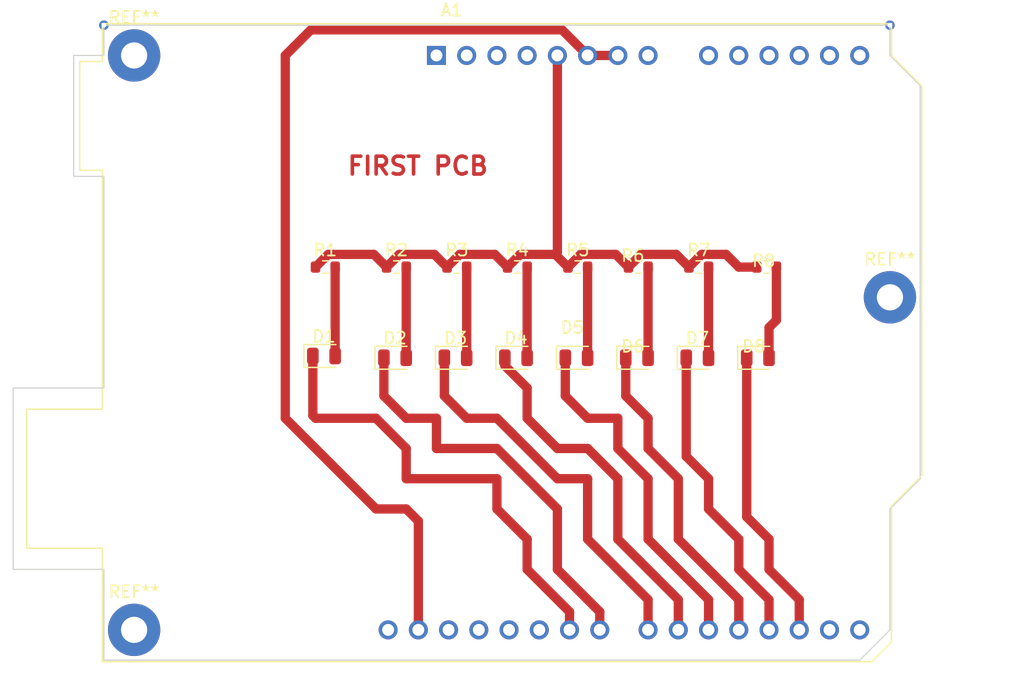
<source format=kicad_pcb>
(kicad_pcb (version 20221018) (generator pcbnew)
  (layers (0 "F.Cu" signal) (31 "B.Cu" signal) (34 "B.Paste" user) (35 "F.Paste" user) (36 "B.SilkS" user "B.Silkscreen") (37 "F.SilkS" user "F.Silkscreen") (38 "B.Mask" user) (39 "F.Mask" user) (44 "Edge.Cuts" user))
  (net 0 "")
  (net 3 "Net-(A1-D9)")
  (net 4 "Net-(D1-A)")
  (net 5 "Net-(A1-D8)")
  (net 6 "Net-(D2-A)")
  (net 7 "Net-(A1-D7)")
  (net 8 "Net-(D3-A)")
  (net 9 "Net-(A1-D6)")
  (net 10 "Net-(D4-A)")
  (net 11 "Net-(A1-D5)")
  (net 12 "Net-(D5-A)")
  (net 13 "Net-(A1-D4)")
  (net 14 "Net-(D6-A)")
  (net 15 "Net-(A1-D3)")
  (net 16 "Net-(D7-A)")
  (net 17 "Net-(A1-D2)")
  (net 18 "Net-(D8-A)")
  (net 19 "Net-(A1-+5V)")
  (net 22 "GND")
  (footprint "LED_SMD:LED_0805_2012Metric" (layer "F.Cu") (at 159.0825 109.22)
    (fp_text reference "D4" (at 0 -1.65) (layer "F.SilkS"))
    (fp_text value "LED")
    (fp_line (start -1.685 -0.96) (end -1.685 0.96) (stroke (width 0.12)) (layer "F.SilkS"))
    (fp_line (start -1.685 0.96) (end 1 0.96) (stroke (width 0.12)) (layer "F.SilkS"))
    (fp_line (start 1 -0.96) (end -1.685 -0.96) (stroke (width 0.12)) (layer "F.SilkS"))
    (pad "1" smd roundrect (at -0.9375 0) (size 0.975 1.4) (layers "F.Cu" "F.Paste" "F.Mask") (net 9 "Net-(A1-D6)"))
    (pad "2" smd roundrect (at 0.9375 0) (size 0.975 1.4) (layers "F.Cu" "F.Paste" "F.Mask") (net 10 "Net-(D4-A)"))
  )
  (footprint "Resistor_SMD:R_0603_1608Metric" (layer "F.Cu") (at 159.195 101.6)
    (fp_text reference "R4" (at 0 -1.43) (layer "F.SilkS"))
    (fp_text value "247")
    (fp_line (start -0.237258 -0.5225) (end 0.237258 -0.5225) (stroke (width 0.12)) (layer "F.SilkS"))
    (fp_line (start -0.237258 0.5225) (end 0.237258 0.5225) (stroke (width 0.12)) (layer "F.SilkS"))
    (pad "1" smd roundrect (at -0.825 0) (size 0.8 0.95) (layers "F.Cu" "F.Paste" "F.Mask") (net 19 "Net-(A1-+5V)"))
    (pad "2" smd roundrect (at 0.825 0) (size 0.8 0.95) (layers "F.Cu" "F.Paste" "F.Mask") (net 10 "Net-(D4-A)"))
  )
  (footprint "Resistor_SMD:R_0603_1608Metric" (layer "F.Cu") (at 174.435 101.6)
    (fp_text reference "R7" (at 0 -1.43) (layer "F.SilkS"))
    (fp_text value "247")
    (fp_line (start -0.237258 -0.5225) (end 0.237258 -0.5225) (stroke (width 0.12)) (layer "F.SilkS"))
    (fp_line (start -0.237258 0.5225) (end 0.237258 0.5225) (stroke (width 0.12)) (layer "F.SilkS"))
    (pad "1" smd roundrect (at -0.825 0) (size 0.8 0.95) (layers "F.Cu" "F.Paste" "F.Mask") (net 19 "Net-(A1-+5V)"))
    (pad "2" smd roundrect (at 0.825 0) (size 0.8 0.95) (layers "F.Cu" "F.Paste" "F.Mask") (net 16 "Net-(D7-A)"))
  )
  (footprint "Resistor_SMD:R_0603_1608Metric" (layer "F.Cu") (at 169.355 101.6)
    (fp_text reference "R6" (at -0.455 -0.96) (layer "F.SilkS"))
    (fp_text value "247")
    (fp_line (start -0.237258 -0.5225) (end 0.237258 -0.5225) (stroke (width 0.12)) (layer "F.SilkS"))
    (fp_line (start -0.237258 0.5225) (end 0.237258 0.5225) (stroke (width 0.12)) (layer "F.SilkS"))
    (pad "1" smd roundrect (at -0.825 0) (size 0.8 0.95) (layers "F.Cu" "F.Paste" "F.Mask") (net 19 "Net-(A1-+5V)"))
    (pad "2" smd roundrect (at 0.825 0) (size 0.8 0.95) (layers "F.Cu" "F.Paste" "F.Mask") (net 14 "Net-(D6-A)"))
  )
  (footprint "Resistor_SMD:R_0603_1608Metric" (layer "F.Cu") (at 154.115 101.6)
    (fp_text reference "R3" (at 0 -1.43) (layer "F.SilkS"))
    (fp_text value "247")
    (fp_line (start -0.237258 -0.5225) (end 0.237258 -0.5225) (stroke (width 0.12)) (layer "F.SilkS"))
    (fp_line (start -0.237258 0.5225) (end 0.237258 0.5225) (stroke (width 0.12)) (layer "F.SilkS"))
    (pad "1" smd roundrect (at -0.825 0) (size 0.8 0.95) (layers "F.Cu" "F.Paste" "F.Mask") (net 19 "Net-(A1-+5V)"))
    (pad "2" smd roundrect (at 0.825 0) (size 0.8 0.95) (layers "F.Cu" "F.Paste" "F.Mask") (net 8 "Net-(D3-A)"))
  )
  (footprint "LED_SMD:LED_0805_2012Metric" (layer "F.Cu") (at 169.2425 109.22)
    (fp_text reference "D6" (at -0.3425 -0.96) (layer "F.SilkS"))
    (fp_text value "LED")
    (fp_line (start -1.685 -0.96) (end -1.685 0.96) (stroke (width 0.12)) (layer "F.SilkS"))
    (fp_line (start -1.685 0.96) (end 1 0.96) (stroke (width 0.12)) (layer "F.SilkS"))
    (fp_line (start 1 -0.96) (end -1.685 -0.96) (stroke (width 0.12)) (layer "F.SilkS"))
    (pad "1" smd roundrect (at -0.9375 0) (size 0.975 1.4) (layers "F.Cu" "F.Paste" "F.Mask") (net 13 "Net-(A1-D4)"))
    (pad "2" smd roundrect (at 0.9375 0) (size 0.975 1.4) (layers "F.Cu" "F.Paste" "F.Mask") (net 14 "Net-(D6-A)"))
  )
  (footprint "LED_SMD:LED_0805_2012Metric" (layer "F.Cu") (at 164.1625 109.22)
    (fp_text reference "D5" (at -0.3425 -2.54) (layer "F.SilkS"))
    (fp_text value "LED")
    (fp_line (start -1.685 -0.96) (end -1.685 0.96) (stroke (width 0.12)) (layer "F.SilkS"))
    (fp_line (start -1.685 0.96) (end 1 0.96) (stroke (width 0.12)) (layer "F.SilkS"))
    (fp_line (start 1 -0.96) (end -1.685 -0.96) (stroke (width 0.12)) (layer "F.SilkS"))
    (pad "1" smd roundrect (at -0.9375 0) (size 0.975 1.4) (layers "F.Cu" "F.Paste" "F.Mask") (net 11 "Net-(A1-D5)"))
    (pad "2" smd roundrect (at 0.9375 0) (size 0.975 1.4) (layers "F.Cu" "F.Paste" "F.Mask") (net 12 "Net-(D5-A)"))
  )
  (footprint "LED_SMD:LED_0805_2012Metric" (layer "F.Cu") (at 148.9225 109.22)
    (fp_text reference "D2" (at 0 -1.65) (layer "F.SilkS"))
    (fp_text value "LED")
    (fp_line (start -1.685 -0.96) (end -1.685 0.96) (stroke (width 0.12)) (layer "F.SilkS"))
    (fp_line (start -1.685 0.96) (end 1 0.96) (stroke (width 0.12)) (layer "F.SilkS"))
    (fp_line (start 1 -0.96) (end -1.685 -0.96) (stroke (width 0.12)) (layer "F.SilkS"))
    (pad "1" smd roundrect (at -0.9375 0) (size 0.975 1.4) (layers "F.Cu" "F.Paste" "F.Mask") (net 5 "Net-(A1-D8)"))
    (pad "2" smd roundrect (at 0.9375 0) (size 0.975 1.4) (layers "F.Cu" "F.Paste" "F.Mask") (net 6 "Net-(D2-A)"))
  )
  (footprint "LED_SMD:LED_0805_2012Metric" (layer "F.Cu") (at 154.0025 109.22)
    (fp_text reference "D3" (at 0 -1.65) (layer "F.SilkS"))
    (fp_text value "LED")
    (fp_line (start -1.685 -0.96) (end -1.685 0.96) (stroke (width 0.12)) (layer "F.SilkS"))
    (fp_line (start -1.685 0.96) (end 1 0.96) (stroke (width 0.12)) (layer "F.SilkS"))
    (fp_line (start 1 -0.96) (end -1.685 -0.96) (stroke (width 0.12)) (layer "F.SilkS"))
    (pad "1" smd roundrect (at -0.9375 0) (size 0.975 1.4) (layers "F.Cu" "F.Paste" "F.Mask") (net 7 "Net-(A1-D7)"))
    (pad "2" smd roundrect (at 0.9375 0) (size 0.975 1.4) (layers "F.Cu" "F.Paste" "F.Mask") (net 8 "Net-(D3-A)"))
  )
  (footprint "MountingHole:MountingHole_2.2mm_M2_Pad" (layer "F.Cu") (at 190.5 104.14)
    (fp_text reference "REF**" (at 0 -3.2) (layer "F.SilkS"))
    (fp_text value "MountingHole_2.2mm_M2_Pad")
    (pad "1" thru_hole circle (at 0 0) (size 4.4 4.4) (drill 2.2) (layers "*.Cu" "*.Mask"))
  )
  (footprint "LED_SMD:LED_0805_2012Metric" (layer "F.Cu") (at 179.4025 109.22)
    (fp_text reference "D8" (at -0.3425 -0.96) (layer "F.SilkS"))
    (fp_text value "LED")
    (fp_line (start -1.685 -0.96) (end -1.685 0.96) (stroke (width 0.12)) (layer "F.SilkS"))
    (fp_line (start -1.685 0.96) (end 1 0.96) (stroke (width 0.12)) (layer "F.SilkS"))
    (fp_line (start 1 -0.96) (end -1.685 -0.96) (stroke (width 0.12)) (layer "F.SilkS"))
    (pad "1" smd roundrect (at -0.9375 0) (size 0.975 1.4) (layers "F.Cu" "F.Paste" "F.Mask") (net 17 "Net-(A1-D2)"))
    (pad "2" smd roundrect (at 0.9375 0) (size 0.975 1.4) (layers "F.Cu" "F.Paste" "F.Mask") (net 18 "Net-(D8-A)"))
  )
  (footprint "MountingHole:MountingHole_2.2mm_M2_Pad" (layer "F.Cu") (at 127 83.82)
    (fp_text reference "REF**" (at 0 -3.2) (layer "F.SilkS"))
    (fp_text value "MountingHole_2.2mm_M2_Pad")
    (pad "1" thru_hole circle (at 0 0) (size 4.4 4.4) (drill 2.2) (layers "*.Cu" "*.Mask"))
  )
  (footprint "Resistor_SMD:R_0603_1608Metric" (layer "F.Cu") (at 143.065 101.6)
    (fp_text reference "R1" (at 0 -1.43) (layer "F.SilkS"))
    (fp_text value "247")
    (fp_line (start -0.237258 -0.5225) (end 0.237258 -0.5225) (stroke (width 0.12)) (layer "F.SilkS"))
    (fp_line (start -0.237258 0.5225) (end 0.237258 0.5225) (stroke (width 0.12)) (layer "F.SilkS"))
    (pad "1" smd roundrect (at -0.825 0) (size 0.8 0.95) (layers "F.Cu" "F.Paste" "F.Mask") (net 19 "Net-(A1-+5V)"))
    (pad "2" smd roundrect (at 0.825 0) (size 0.8 0.95) (layers "F.Cu" "F.Paste" "F.Mask") (net 4 "Net-(D1-A)"))
  )
  (footprint "Module:Arduino_UNO_R2" (layer "F.Cu") (at 152.4 83.82)
    (fp_text reference "A1" (at 1.27 -3.81 180) (layer "F.SilkS"))
    (fp_text value "Arduino_UNO_R2")
    (fp_line (start -34.42 29.72) (end -34.42 41.4) (stroke (width 0.12)) (layer "F.SilkS"))
    (fp_line (start -34.42 41.4) (end -28.07 41.4) (stroke (width 0.12)) (layer "F.SilkS"))
    (fp_line (start -29.97 0.51) (end -29.97 9.65) (stroke (width 0.12)) (layer "F.SilkS"))
    (fp_line (start -29.97 9.65) (end -28.07 9.65) (stroke (width 0.12)) (layer "F.SilkS"))
    (fp_line (start -28.07 -2.67) (end -28.07 0.51) (stroke (width 0.12)) (layer "F.SilkS"))
    (fp_line (start -28.07 0.51) (end -29.97 0.51) (stroke (width 0.12)) (layer "F.SilkS"))
    (fp_line (start -28.07 9.65) (end -28.07 29.72) (stroke (width 0.12)) (layer "F.SilkS"))
    (fp_line (start -28.07 29.72) (end -34.42 29.72) (stroke (width 0.12)) (layer "F.SilkS"))
    (fp_line (start -28.07 41.4) (end -28.07 50.93) (stroke (width 0.12)) (layer "F.SilkS"))
    (fp_line (start -28.07 50.93) (end 36.58 50.93) (stroke (width 0.12)) (layer "F.SilkS"))
    (fp_line (start 36.58 50.93) (end 38.23 49.28) (stroke (width 0.12)) (layer "F.SilkS"))
    (fp_line (start 38.23 -2.67) (end -28.07 -2.67) (stroke (width 0.12)) (layer "F.SilkS"))
    (fp_line (start 38.23 0) (end 38.23 -2.67) (stroke (width 0.12)) (layer "F.SilkS"))
    (fp_line (start 38.23 37.85) (end 40.77 35.31) (stroke (width 0.12)) (layer "F.SilkS"))
    (fp_line (start 38.23 49.28) (end 38.23 37.85) (stroke (width 0.12)) (layer "F.SilkS"))
    (fp_line (start 40.77 2.54) (end 38.23 0) (stroke (width 0.12)) (layer "F.SilkS"))
    (fp_line (start 40.77 35.31) (end 40.77 2.54) (stroke (width 0.12)) (layer "F.SilkS"))
    (pad "1" thru_hole rect (at 0 0 90) (size 1.6 1.6) (drill 1) (layers "*.Cu" "*.Mask"))
    (pad "2" thru_hole oval (at 2.54 0 90) (size 1.6 1.6) (drill 1) (layers "*.Cu" "*.Mask"))
    (pad "3" thru_hole oval (at 5.08 0 90) (size 1.6 1.6) (drill 1) (layers "*.Cu" "*.Mask"))
    (pad "4" thru_hole oval (at 7.62 0 90) (size 1.6 1.6) (drill 1) (layers "*.Cu" "*.Mask"))
    (pad "5" thru_hole oval (at 10.16 0 90) (size 1.6 1.6) (drill 1) (layers "*.Cu" "*.Mask") (net 19 "Net-(A1-+5V)"))
    (pad "6" thru_hole oval (at 12.7 0 90) (size 1.6 1.6) (drill 1) (layers "*.Cu" "*.Mask") (net 22 "GND"))
    (pad "7" thru_hole oval (at 15.24 0 90) (size 1.6 1.6) (drill 1) (layers "*.Cu" "*.Mask") (net 22 "GND"))
    (pad "8" thru_hole oval (at 17.78 0 90) (size 1.6 1.6) (drill 1) (layers "*.Cu" "*.Mask"))
    (pad "9" thru_hole oval (at 22.86 0 90) (size 1.6 1.6) (drill 1) (layers "*.Cu" "*.Mask"))
    (pad "10" thru_hole oval (at 25.4 0 90) (size 1.6 1.6) (drill 1) (layers "*.Cu" "*.Mask"))
    (pad "11" thru_hole oval (at 27.94 0 90) (size 1.6 1.6) (drill 1) (layers "*.Cu" "*.Mask"))
    (pad "12" thru_hole oval (at 30.48 0 90) (size 1.6 1.6) (drill 1) (layers "*.Cu" "*.Mask"))
    (pad "13" thru_hole oval (at 33.02 0 90) (size 1.6 1.6) (drill 1) (layers "*.Cu" "*.Mask"))
    (pad "14" thru_hole oval (at 35.56 0 90) (size 1.6 1.6) (drill 1) (layers "*.Cu" "*.Mask"))
    (pad "15" thru_hole oval (at 35.56 48.26 90) (size 1.6 1.6) (drill 1) (layers "*.Cu" "*.Mask"))
    (pad "16" thru_hole oval (at 33.02 48.26 90) (size 1.6 1.6) (drill 1) (layers "*.Cu" "*.Mask"))
    (pad "17" thru_hole oval (at 30.48 48.26 90) (size 1.6 1.6) (drill 1) (layers "*.Cu" "*.Mask") (net 17 "Net-(A1-D2)"))
    (pad "18" thru_hole oval (at 27.94 48.26 90) (size 1.6 1.6) (drill 1) (layers "*.Cu" "*.Mask") (net 15 "Net-(A1-D3)"))
    (pad "19" thru_hole oval (at 25.4 48.26 90) (size 1.6 1.6) (drill 1) (layers "*.Cu" "*.Mask") (net 13 "Net-(A1-D4)"))
    (pad "20" thru_hole oval (at 22.86 48.26 90) (size 1.6 1.6) (drill 1) (layers "*.Cu" "*.Mask") (net 11 "Net-(A1-D5)"))
    (pad "21" thru_hole oval (at 20.32 48.26 90) (size 1.6 1.6) (drill 1) (layers "*.Cu" "*.Mask") (net 9 "Net-(A1-D6)"))
    (pad "22" thru_hole oval (at 17.78 48.26 90) (size 1.6 1.6) (drill 1) (layers "*.Cu" "*.Mask") (net 7 "Net-(A1-D7)"))
    (pad "23" thru_hole oval (at 13.72 48.26 90) (size 1.6 1.6) (drill 1) (layers "*.Cu" "*.Mask") (net 5 "Net-(A1-D8)"))
    (pad "24" thru_hole oval (at 11.18 48.26 90) (size 1.6 1.6) (drill 1) (layers "*.Cu" "*.Mask") (net 3 "Net-(A1-D9)"))
    (pad "25" thru_hole oval (at 8.64 48.26 90) (size 1.6 1.6) (drill 1) (layers "*.Cu" "*.Mask"))
    (pad "26" thru_hole oval (at 6.1 48.26 90) (size 1.6 1.6) (drill 1) (layers "*.Cu" "*.Mask"))
    (pad "27" thru_hole oval (at 3.56 48.26 90) (size 1.6 1.6) (drill 1) (layers "*.Cu" "*.Mask"))
    (pad "28" thru_hole oval (at 1.02 48.26 90) (size 1.6 1.6) (drill 1) (layers "*.Cu" "*.Mask"))
    (pad "29" thru_hole oval (at -1.52 48.26 90) (size 1.6 1.6) (drill 1) (layers "*.Cu" "*.Mask") (net 22 "GND"))
    (pad "30" thru_hole oval (at -4.06 48.26 90) (size 1.6 1.6) (drill 1) (layers "*.Cu" "*.Mask"))
  )
  (footprint "LED_SMD:LED_0805_2012Metric" (layer "F.Cu") (at 142.9525 109.07)
    (fp_text reference "D1" (at 0 -1.65) (layer "F.SilkS"))
    (fp_text value "LED")
    (fp_line (start -1.685 -0.96) (end -1.685 0.96) (stroke (width 0.12)) (layer "F.SilkS"))
    (fp_line (start -1.685 0.96) (end 1 0.96) (stroke (width 0.12)) (layer "F.SilkS"))
    (fp_line (start 1 -0.96) (end -1.685 -0.96) (stroke (width 0.12)) (layer "F.SilkS"))
    (pad "1" smd roundrect (at -0.9375 0) (size 0.975 1.4) (layers "F.Cu" "F.Paste" "F.Mask") (net 3 "Net-(A1-D9)"))
    (pad "2" smd roundrect (at 0.9375 0) (size 0.975 1.4) (layers "F.Cu" "F.Paste" "F.Mask") (net 4 "Net-(D1-A)"))
  )
  (footprint "Resistor_SMD:R_0603_1608Metric" (layer "F.Cu") (at 164.275 101.6)
    (fp_text reference "R5" (at 0 -1.43) (layer "F.SilkS"))
    (fp_text value "247")
    (fp_line (start -0.237258 -0.5225) (end 0.237258 -0.5225) (stroke (width 0.12)) (layer "F.SilkS"))
    (fp_line (start -0.237258 0.5225) (end 0.237258 0.5225) (stroke (width 0.12)) (layer "F.SilkS"))
    (pad "1" smd roundrect (at -0.825 0) (size 0.8 0.95) (layers "F.Cu" "F.Paste" "F.Mask") (net 19 "Net-(A1-+5V)"))
    (pad "2" smd roundrect (at 0.825 0) (size 0.8 0.95) (layers "F.Cu" "F.Paste" "F.Mask") (net 12 "Net-(D5-A)"))
  )
  (footprint "LED_SMD:LED_0805_2012Metric" (layer "F.Cu") (at 174.3225 109.22)
    (fp_text reference "D7" (at 0 -1.65) (layer "F.SilkS"))
    (fp_text value "LED")
    (fp_line (start -1.685 -0.96) (end -1.685 0.96) (stroke (width 0.12)) (layer "F.SilkS"))
    (fp_line (start -1.685 0.96) (end 1 0.96) (stroke (width 0.12)) (layer "F.SilkS"))
    (fp_line (start 1 -0.96) (end -1.685 -0.96) (stroke (width 0.12)) (layer "F.SilkS"))
    (pad "1" smd roundrect (at -0.9375 0) (size 0.975 1.4) (layers "F.Cu" "F.Paste" "F.Mask") (net 15 "Net-(A1-D3)"))
    (pad "2" smd roundrect (at 0.9375 0) (size 0.975 1.4) (layers "F.Cu" "F.Paste" "F.Mask") (net 16 "Net-(D7-A)"))
  )
  (footprint "Resistor_SMD:R_0603_1608Metric" (layer "F.Cu") (at 149.035 101.6)
    (fp_text reference "R2" (at 0 -1.43) (layer "F.SilkS"))
    (fp_text value "247")
    (fp_line (start -0.237258 -0.5225) (end 0.237258 -0.5225) (stroke (width 0.12)) (layer "F.SilkS"))
    (fp_line (start -0.237258 0.5225) (end 0.237258 0.5225) (stroke (width 0.12)) (layer "F.SilkS"))
    (pad "1" smd roundrect (at -0.825 0) (size 0.8 0.95) (layers "F.Cu" "F.Paste" "F.Mask") (net 19 "Net-(A1-+5V)"))
    (pad "2" smd roundrect (at 0.825 0) (size 0.8 0.95) (layers "F.Cu" "F.Paste" "F.Mask") (net 6 "Net-(D2-A)"))
  )
  (footprint "MountingHole:MountingHole_2.2mm_M2_Pad" (layer "F.Cu") (at 127 132.08)
    (fp_text reference "REF**" (at 0 -3.2) (layer "F.SilkS"))
    (fp_text value "MountingHole_2.2mm_M2_Pad")
    (pad "1" thru_hole circle (at 0 0) (size 4.4 4.4) (drill 2.2) (layers "*.Cu" "*.Mask"))
  )
  (footprint "Resistor_SMD:R_0603_1608Metric" (layer "F.Cu") (at 180.135 101.6)
    (fp_text reference "R8" (at -0.237258 -0.5225) (layer "F.SilkS"))
    (fp_text value "247")
    (fp_line (start -0.237258 -0.5225) (end 0.237258 -0.5225) (stroke (width 0.12)) (layer "F.SilkS"))
    (fp_line (start -0.237258 0.5225) (end 0.237258 0.5225) (stroke (width 0.12)) (layer "F.SilkS"))
    (pad "1" smd roundrect (at -0.825 0) (size 0.8 0.95) (layers "F.Cu" "F.Paste" "F.Mask") (net 19 "Net-(A1-+5V)"))
    (pad "2" smd roundrect (at 0.825 0) (size 0.8 0.95) (layers "F.Cu" "F.Paste" "F.Mask") (net 18 "Net-(D8-A)"))
  )
  (gr_line (start 190.5 81.28) (end 190.5 83.82) (stroke (width 0.1)) (layer "Edge.Cuts"))
  (gr_line (start 124.46 93.98) (end 121.92 93.98) (stroke (width 0.1)) (layer "Edge.Cuts"))
  (gr_line (start 121.92 93.98) (end 121.92 83.82) (stroke (width 0.1)) (layer "Edge.Cuts"))
  (gr_line (start 193.04 86.36) (end 193.04 119.38) (stroke (width 0.1)) (layer "Edge.Cuts"))
  (gr_line (start 124.46 83.82) (end 124.46 81.28) (stroke (width 0.1)) (layer "Edge.Cuts"))
  (gr_line (start 124.46 81.28) (end 190.5 81.28) (stroke (width 0.1)) (layer "Edge.Cuts"))
  (gr_line (start 124.46 134.62) (end 124.46 127) (stroke (width 0.1)) (layer "Edge.Cuts"))
  (gr_line (start 190.5 83.82) (end 193.04 86.36) (stroke (width 0.1)) (layer "Edge.Cuts"))
  (gr_line (start 121.92 83.82) (end 124.46 83.82) (stroke (width 0.1)) (layer "Edge.Cuts"))
  (gr_line (start 124.46 127) (end 116.84 127) (stroke (width 0.1)) (layer "Edge.Cuts"))
  (gr_line (start 190.5 132.08) (end 187.96 134.62) (stroke (width 0.1)) (layer "Edge.Cuts"))
  (gr_line (start 187.96 134.62) (end 124.46 134.62) (stroke (width 0.1)) (layer "Edge.Cuts"))
  (gr_line (start 190.5 121.92) (end 190.5 132.08) (stroke (width 0.1)) (layer "Edge.Cuts"))
  (gr_line (start 193.04 119.38) (end 190.5 121.92) (stroke (width 0.1)) (layer "Edge.Cuts"))
  (gr_line (start 124.46 111.76) (end 124.46 93.98) (stroke (width 0.1)) (layer "Edge.Cuts"))
  (gr_line (start 116.84 127) (end 116.84 111.76) (stroke (width 0.1)) (layer "Edge.Cuts"))
  (gr_line (start 116.84 111.76) (end 124.46 111.76) (stroke (width 0.1)) (layer "Edge.Cuts"))
  (gr_text "FIRST PCB" (at 144.78 93.98) (layer "F.Cu") (effects (font (size 1.5 1.5) (thickness 0.3) bold) (justify left bottom)))
  (via (at 124.46 81.28) (size 0.8) (drill 0.4) (layers "F.Cu" "B.Cu") (net 0))
  (via (at 190.5 81.28) (size 0.8) (drill 0.4) (layers "F.Cu" "B.Cu") (net 0))
  (segment (start 142.015 114.075) (end 142.015 109.07) (width 0.78) (layer "F.Cu") (net 3))
  (segment (start 160.02 124.46) (end 157.48 121.92) (width 0.78) (layer "F.Cu") (net 3))
  (segment (start 149.86 116.84) (end 147.32 114.3) (width 0.78) (layer "F.Cu") (net 3))
  (segment (start 147.32 114.3) (end 142.24 114.3) (width 0.78) (layer "F.Cu") (net 3))
  (segment (start 163.58 130.56) (end 160.02 127) (width 0.78) (layer "F.Cu") (net 3))
  (segment (start 157.48 121.92) (end 157.48 119.38) (width 0.78) (layer "F.Cu") (net 3))
  (segment (start 157.48 119.38) (end 149.86 119.38) (width 0.78) (layer "F.Cu") (net 3))
  (segment (start 160.02 127) (end 160.02 124.46) (width 0.78) (layer "F.Cu") (net 3))
  (segment (start 163.58 132.08) (end 163.58 130.56) (width 0.78) (layer "F.Cu") (net 3))
  (segment (start 149.86 119.38) (end 149.86 116.84) (width 0.78) (layer "F.Cu") (net 3))
  (segment (start 142.24 114.3) (end 142.015 114.075) (width 0.78) (layer "F.Cu") (net 3))
  (segment (start 143.89 101.6) (end 143.89 109.07) (width 0.78) (layer "F.Cu") (net 4))
  (segment (start 162.56 121.92) (end 157.48 116.84) (width 0.78) (layer "F.Cu") (net 5))
  (segment (start 166.12 130.56) (end 162.56 127) (width 0.78) (layer "F.Cu") (net 5))
  (segment (start 157.48 116.84) (end 152.4 116.84) (width 0.78) (layer "F.Cu") (net 5))
  (segment (start 152.4 114.3) (end 149.86 114.3) (width 0.78) (layer "F.Cu") (net 5))
  (segment (start 147.985 112.425) (end 147.985 109.22) (width 0.78) (layer "F.Cu") (net 5))
  (segment (start 152.4 116.84) (end 152.4 114.3) (width 0.78) (layer "F.Cu") (net 5))
  (segment (start 166.12 132.08) (end 166.12 130.56) (width 0.78) (layer "F.Cu") (net 5))
  (segment (start 162.56 127) (end 162.56 121.92) (width 0.78) (layer "F.Cu") (net 5))
  (segment (start 149.86 114.3) (end 147.985 112.425) (width 0.78) (layer "F.Cu") (net 5))
  (segment (start 149.86 109.22) (end 149.86 101.6) (width 0.78) (layer "F.Cu") (net 6))
  (segment (start 154.94 114.3) (end 153.065 112.425) (width 0.78) (layer "F.Cu") (net 7))
  (segment (start 170.18 129.54) (end 165.1 124.46) (width 0.78) (layer "F.Cu") (net 7))
  (segment (start 157.48 114.3) (end 154.94 114.3) (width 0.78) (layer "F.Cu") (net 7))
  (segment (start 165.1 124.46) (end 165.1 119.38) (width 0.78) (layer "F.Cu") (net 7))
  (segment (start 162.56 119.38) (end 157.48 114.3) (width 0.78) (layer "F.Cu") (net 7))
  (segment (start 170.18 132.08) (end 170.18 129.54) (width 0.78) (layer "F.Cu") (net 7))
  (segment (start 153.065 112.425) (end 153.065 109.22) (width 0.78) (layer "F.Cu") (net 7))
  (segment (start 165.1 119.38) (end 162.56 119.38) (width 0.78) (layer "F.Cu") (net 7))
  (segment (start 154.94 109.22) (end 154.94 101.6) (width 0.78) (layer "F.Cu") (net 8))
  (segment (start 165.1 116.84) (end 162.56 116.84) (width 0.78) (layer "F.Cu") (net 9))
  (segment (start 160.02 114.3) (end 160.02 111.76) (width 0.78) (layer "F.Cu") (net 9))
  (segment (start 167.64 119.38) (end 165.1 116.84) (width 0.78) (layer "F.Cu") (net 9))
  (segment (start 158.145 109.885) (end 158.145 109.22) (width 0.78) (layer "F.Cu") (net 9))
  (segment (start 167.64 124.46) (end 167.64 119.38) (width 0.78) (layer "F.Cu") (net 9))
  (segment (start 172.72 129.54) (end 167.64 124.46) (width 0.78) (layer "F.Cu") (net 9))
  (segment (start 162.56 116.84) (end 160.02 114.3) (width 0.78) (layer "F.Cu") (net 9))
  (segment (start 172.72 132.08) (end 172.72 129.54) (width 0.78) (layer "F.Cu") (net 9))
  (segment (start 160.02 111.76) (end 158.145 109.885) (width 0.78) (layer "F.Cu") (net 9))
  (segment (start 160.02 109.22) (end 160.02 101.6) (width 0.78) (layer "F.Cu") (net 10))
  (segment (start 175.26 129.54) (end 170.18 124.46) (width 0.78) (layer "F.Cu") (net 11))
  (segment (start 170.18 124.46) (end 170.18 119.38) (width 0.78) (layer "F.Cu") (net 11))
  (segment (start 165.1 114.3) (end 163.225 112.425) (width 0.78) (layer "F.Cu") (net 11))
  (segment (start 167.64 114.3) (end 165.1 114.3) (width 0.78) (layer "F.Cu") (net 11))
  (segment (start 175.26 132.08) (end 175.26 129.54) (width 0.78) (layer "F.Cu") (net 11))
  (segment (start 170.18 119.38) (end 167.64 116.84) (width 0.78) (layer "F.Cu") (net 11))
  (segment (start 163.225 112.425) (end 163.225 109.22) (width 0.78) (layer "F.Cu") (net 11))
  (segment (start 167.64 116.84) (end 167.64 114.3) (width 0.78) (layer "F.Cu") (net 11))
  (segment (start 165.1 109.22) (end 165.1 101.6) (width 0.78) (layer "F.Cu") (net 12))
  (segment (start 168.305 112.425) (end 168.305 109.22) (width 0.78) (layer "F.Cu") (net 13))
  (segment (start 172.72 119.38) (end 170.18 116.84) (width 0.78) (layer "F.Cu") (net 13))
  (segment (start 172.72 124.46) (end 172.72 119.38) (width 0.78) (layer "F.Cu") (net 13))
  (segment (start 177.8 129.54) (end 172.72 124.46) (width 0.78) (layer "F.Cu") (net 13))
  (segment (start 170.18 116.84) (end 170.18 114.3) (width 0.78) (layer "F.Cu") (net 13))
  (segment (start 170.18 114.3) (end 168.305 112.425) (width 0.78) (layer "F.Cu") (net 13))
  (segment (start 177.8 132.08) (end 177.8 129.54) (width 0.78) (layer "F.Cu") (net 13))
  (segment (start 170.18 101.6) (end 170.18 109.22) (width 0.78) (layer "F.Cu") (net 14))
  (segment (start 175.26 121.92) (end 175.26 119.38) (width 0.78) (layer "F.Cu") (net 15))
  (segment (start 180.34 132.08) (end 180.34 129.54) (width 0.78) (layer "F.Cu") (net 15))
  (segment (start 180.34 129.54) (end 177.8 127) (width 0.78) (layer "F.Cu") (net 15))
  (segment (start 175.26 119.38) (end 173.385 117.505) (width 0.78) (layer "F.Cu") (net 15))
  (segment (start 173.385 117.505) (end 173.385 109.22) (width 0.78) (layer "F.Cu") (net 15))
  (segment (start 177.8 127) (end 177.8 124.46) (width 0.78) (layer "F.Cu") (net 15))
  (segment (start 177.8 124.46) (end 175.26 121.92) (width 0.78) (layer "F.Cu") (net 15))
  (segment (start 175.26 101.6) (end 175.26 109.22) (width 0.78) (layer "F.Cu") (net 16))
  (segment (start 178.465 122.585) (end 178.465 109.22) (width 0.78) (layer "F.Cu") (net 17))
  (segment (start 182.88 132.08) (end 182.88 129.54) (width 0.78) (layer "F.Cu") (net 17))
  (segment (start 182.88 129.54) (end 180.34 127) (width 0.78) (layer "F.Cu") (net 17))
  (segment (start 180.34 124.46) (end 178.465 122.585) (width 0.78) (layer "F.Cu") (net 17))
  (segment (start 180.34 127) (end 180.34 124.46) (width 0.78) (layer "F.Cu") (net 17))
  (segment (start 180.34 109.22) (end 180.34 106.68) (width 0.78) (layer "F.Cu") (net 18))
  (segment (start 180.34 106.68) (end 180.96 106.06) (width 0.78) (layer "F.Cu") (net 18))
  (segment (start 180.96 106.06) (end 180.96 101.6) (width 0.78) (layer "F.Cu") (net 18))
  (segment (start 152.225 100.535) (end 153.29 101.6) (width 0.78) (layer "F.Cu") (net 19))
  (segment (start 169.595 100.535) (end 172.545 100.535) (width 0.78) (layer "F.Cu") (net 19))
  (segment (start 153.29 101.6) (end 154.355 100.535) (width 0.78) (layer "F.Cu") (net 19))
  (segment (start 177.8 101.6) (end 176.735 100.535) (width 0.78) (layer "F.Cu") (net 19))
  (segment (start 158.37 101.6) (end 159.435 100.535) (width 0.78) (layer "F.Cu") (net 19))
  (segment (start 154.355 100.535) (end 157.305 100.535) (width 0.78) (layer "F.Cu") (net 19))
  (segment (start 142.24 101.6) (end 143.305 100.535) (width 0.78) (layer "F.Cu") (net 19))
  (segment (start 148.21 101.6) (end 149.275 100.535) (width 0.78) (layer "F.Cu") (net 19))
  (segment (start 174.675 100.535) (end 173.61 101.6) (width 0.78) (layer "F.Cu") (net 19))
  (segment (start 172.545 100.535) (end 173.61 101.6) (width 0.78) (layer "F.Cu") (net 19))
  (segment (start 163.45 101.6) (end 164.515 100.535) (width 0.78) (layer "F.Cu") (net 19))
  (segment (start 168.53 101.6) (end 169.595 100.535) (width 0.78) (layer "F.Cu") (net 19))
  (segment (start 162.56 83.82) (end 162.56 100.36) (width 0.78) (layer "F.Cu") (net 19))
  (segment (start 143.305 100.535) (end 147.145 100.535) (width 0.78) (layer "F.Cu") (net 19))
  (segment (start 147.145 100.535) (end 148.21 101.6) (width 0.78) (layer "F.Cu") (net 19))
  (segment (start 179.31 101.6) (end 177.8 101.6) (width 0.78) (layer "F.Cu") (net 19))
  (segment (start 162.385 100.535) (end 163.45 101.6) (width 0.78) (layer "F.Cu") (net 19))
  (segment (start 159.435 100.535) (end 162.385 100.535) (width 0.78) (layer "F.Cu") (net 19))
  (segment (start 176.735 100.535) (end 174.675 100.535) (width 0.78) (layer "F.Cu") (net 19))
  (segment (start 162.56 100.36) (end 162.385 100.535) (width 0.78) (layer "F.Cu") (net 19))
  (segment (start 157.305 100.535) (end 158.37 101.6) (width 0.78) (layer "F.Cu") (net 19))
  (segment (start 149.275 100.535) (end 152.225 100.535) (width 0.78) (layer "F.Cu") (net 19))
  (segment (start 164.515 100.535) (end 167.465 100.535) (width 0.78) (layer "F.Cu") (net 19))
  (segment (start 167.465 100.535) (end 168.53 101.6) (width 0.78) (layer "F.Cu") (net 19))
  (segment (start 139.7 114.3) (end 139.7 83.82) (width 0.78) (layer "F.Cu") (net 22))
  (segment (start 150.88 122.94) (end 149.86 121.92) (width 0.78) (layer "F.Cu") (net 22))
  (segment (start 139.7 83.82) (end 141.85 81.67) (width 0.78) (layer "F.Cu") (net 22))
  (segment (start 162.95 81.67) (end 165.1 83.82) (width 0.78) (layer "F.Cu") (net 22))
  (segment (start 149.86 121.92) (end 147.32 121.92) (width 0.78) (layer "F.Cu") (net 22))
  (segment (start 141.85 81.67) (end 162.95 81.67) (width 0.78) (layer "F.Cu") (net 22))
  (segment (start 165.1 83.82) (end 167.64 83.82) (width 0.78) (layer "F.Cu") (net 22))
  (segment (start 150.88 132.08) (end 150.88 122.94) (width 0.78) (layer "F.Cu") (net 22))
  (segment (start 147.32 121.92) (end 139.7 114.3) (width 0.78) (layer "F.Cu") (net 22))
)
</source>
